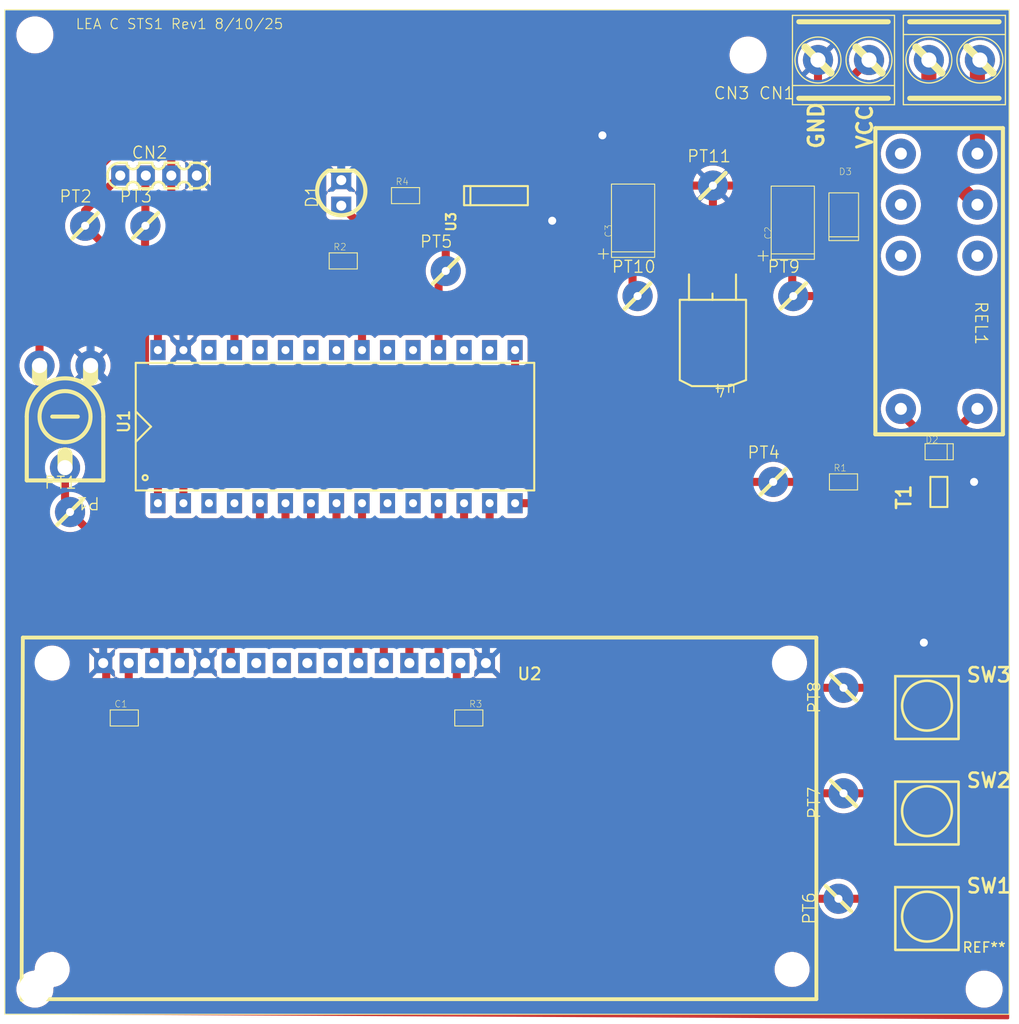
<source format=kicad_pcb>
(kicad_pcb (version 20241229) (generator "pcbnew") (generator_version "9.0")
  (layers (0 "F.Cu" signal) (2 "B.Cu" signal) (5 "F.SilkS" user "F.Silkscreen") (7 "B.SilkS" user "B.Silkscreen") (1 "F.Mask" user) (3 "B.Mask" user) (25 "Edge.Cuts" user))
  (net 0 "")
  (net 1 "GND")
  (net 2 "+5V")
  (net 3 "+12V")
  (net 4 "Net-(CN3-pin1)")
  (net 5 "Net-(D1-A)")
  (net 6 "Net-(D2-A)")
  (net 7 "Net-(P1-t)")
  (net 8 "/CHAUFF")
  (net 9 "/BTN_1")
  (net 10 "/BTN_2")
  (net 11 "/BTN_3")
  (net 12 "Net-(U2-A)")
  (net 13 "Net-(U1-A3_SS1)")
  (net 14 "Net-(T1-b)")
  (net 18 "/LCD_D6")
  (net 21 "/LCD_E")
  (net 24 "/LCD_D5")
  (net 28 "/LCD_R5")
  (net 29 "/LCD_D7")
  (net 33 "/LCD_D4")
  (net 40 "Net-(PT5-pin1)")
  (net 41 "Net-(CN1-pin1)")
  (net 42 "Net-(CN1-pin2)")
  (net 43 "Net-(CN2-a)")
  (net 44 "Net-(CN2-b)")
  (footprint "JMS2:CMS_SMA" (layer "F.Cu") (at 233.5 69 -90)
    (property "Reference" "D3" (hide yes))
    (property "Value" "S1M" (hide yes))
    (fp_text user "${REFERENCE}" (at -2.5 0.5 0) (layer "F.SilkS") (effects (font (size 0.66675 0.66675) (thickness 0.0508)) (justify left bottom)))
    (pad "1" smd roundrect (at -0.54991 0) (size 1.80001 2.50021) (layers "F.Cu" "F.Mask" "F.Paste") (net 4 "Net-(CN3-pin1)"))
    (pad "2" smd roundrect (at 3.74989 0) (size 1.80001 2.50021) (layers "F.Cu" "F.Mask" "F.Paste") (net 3 "+12V"))
  )
  (footprint "JMS2:SOG.050-08-WG.275-L.250" (layer "F.Cu") (at 196.99497 71.1924)
    (property "Reference" "U3" (hide yes))
    (property "Value" "LM335_SOIC8" (hide yes))
    (fp_text user "${REFERENCE}" (at -2 1 90) (layer "F.SilkS") (effects (font (size 0.9525 0.9525) (thickness 0.2032)) (justify left bottom)))
    (pad "1" smd rect (at 0 0) (size 0.7874 2.5908) (layers "F.Cu" "F.Mask" "F.Paste"))
    (pad "2" smd rect (at 1.27 0) (size 0.7874 2.5908) (layers "F.Cu" "F.Mask" "F.Paste"))
    (pad "3" smd rect (at 2.54 0) (size 0.7874 2.5908) (layers "F.Cu" "F.Mask" "F.Paste"))
    (pad "4" smd rect (at 3.81 0) (size 0.7874 2.5908) (layers "F.Cu" "F.Mask" "F.Paste") (net 1 "GND"))
    (pad "5" smd rect (at 3.81 -5.3848) (size 0.7874 2.5908) (layers "F.Cu" "F.Mask" "F.Paste"))
    (pad "6" smd rect (at 2.54 -5.3848) (size 0.7874 2.5908) (layers "F.Cu" "F.Mask" "F.Paste"))
    (pad "7" smd rect (at 1.27 -5.3848) (size 0.7874 2.5908) (layers "F.Cu" "F.Mask" "F.Paste"))
    (pad "8" smd rect (at 0 -5.3848) (size 0.7874 2.5908) (layers "F.Cu" "F.Mask" "F.Paste") (net 40 "Net-(PT5-pin1)"))
  )
  (footprint "JMS2:CMS_2917_CPOL" (layer "F.Cu") (at 228.39997 74.9 90)
    (property "Reference" "C2" (hide yes))
    (property "Value" "47µF 25V" (hide yes))
    (fp_text user "${REFERENCE}" (at 2 -2 90) (layer "F.SilkS") (effects (font (size 0.66675 0.66675) (thickness 0.0508)) (justify left bottom)))
    (pad "1" smd roundrect (at 0 0 180) (size 4.3 3) (layers "F.Cu" "F.Mask" "F.Paste") (net 3 "+12V"))
    (pad "2" smd roundrect (at 7.4 0 180) (size 4.3 3) (layers "F.Cu" "F.Mask" "F.Paste") (net 1 "GND"))
  )
  (footprint "JMS2:SOT-23" (layer "F.Cu") (at 244.3462 98.89916 90)
    (property "Reference" "T1" (hide yes))
    (property "Value" "BC847C" (hide yes))
    (fp_text user "${REFERENCE}" (at -1 -4 90) (layer "F.SilkS") (effects (font (size 1.42875 1.42875) (thickness 0.254)) (justify left bottom)))
    (pad "1" smd rect (at 0 0 90) (size 1.0922 1.27) (layers "F.Cu" "F.Mask" "F.Paste") (net 14 "Net-(T1-b)"))
    (pad "2" smd rect (at 0.94996 -2.6924 90) (size 1.0922 1.27) (layers "F.Cu" "F.Mask" "F.Paste") (net 6 "Net-(D2-A)"))
    (pad "3" smd rect (at 1.89992 0 90) (size 1.0922 1.27) (layers "F.Cu" "F.Mask" "F.Paste") (net 1 "GND"))
  )
  (footprint "JMS2:DIP30-600" (layer "F.Cu") (at 165.2468 99.12)
    (property "Reference" "U1" (hide yes))
    (property "Value" "NUCLEO_F303K8" (hide yes))
    (fp_text user "${REFERENCE}" (at -2.7178 -6.858 90) (layer "F.SilkS") (effects (font (size 1.143 1.143) (thickness 0.2032)) (justify left bottom)))
    (pad "1" thru_hole rect (at 0 0) (size 1.49945 1.99983) (drill 0.8001) (layers "*.Cu" "*.Mask") (net 43 "Net-(CN2-a)"))
    (pad "2" thru_hole rect (at 2.54 0) (size 1.49945 1.99983) (drill 0.8001) (layers "*.Cu" "*.Mask") (net 44 "Net-(CN2-b)"))
    (pad "3" thru_hole rect (at 5.08 0) (size 1.49945 1.99983) (drill 0.8001) (layers "*.Cu" "*.Mask"))
    (pad "4" thru_hole rect (at 7.62 0) (size 1.49945 1.99983) (drill 0.8001) (layers "*.Cu" "*.Mask"))
    (pad "5" thru_hole rect (at 10.16 0) (size 1.49945 1.99983) (drill 0.8001) (layers "*.Cu" "*.Mask") (net 28 "/LCD_R5"))
    (pad "6" thru_hole rect (at 12.7 0) (size 1.49945 1.99983) (drill 0.8001) (layers "*.Cu" "*.Mask") (net 21 "/LCD_E"))
    (pad "7" thru_hole rect (at 15.24 0) (size 1.49945 1.99983) (drill 0.8001) (layers "*.Cu" "*.Mask") (net 33 "/LCD_D4"))
    (pad "8" thru_hole rect (at 17.78 0) (size 1.49945 1.99983) (drill 0.8001) (layers "*.Cu" "*.Mask") (net 24 "/LCD_D5"))
    (pad "9" thru_hole rect (at 20.32 0) (size 1.49945 1.99983) (drill 0.8001) (layers "*.Cu" "*.Mask") (net 18 "/LCD_D6"))
    (pad "10" thru_hole rect (at 22.86 0) (size 1.49945 1.99983) (drill 0.8001) (layers "*.Cu" "*.Mask"))
    (pad "11" thru_hole rect (at 25.4 0) (size 1.49945 1.99983) (drill 0.8001) (layers "*.Cu" "*.Mask"))
    (pad "12" thru_hole rect (at 27.94 0) (size 1.49945 1.99983) (drill 0.8001) (layers "*.Cu" "*.Mask") (net 29 "/LCD_D7"))
    (pad "13" thru_hole rect (at 30.48 0) (size 1.49945 1.99983) (drill 0.8001) (layers "*.Cu" "*.Mask") (net 9 "/BTN_1"))
    (pad "14" thru_hole rect (at 33.02 0) (size 1.49945 1.99983) (drill 0.8001) (layers "*.Cu" "*.Mask") (net 10 "/BTN_2"))
    (pad "15" thru_hole rect (at 35.56 0) (size 1.49945 1.99983) (drill 0.8001) (layers "*.Cu" "*.Mask") (net 11 "/BTN_3"))
    (pad "16" thru_hole rect (at 35.56 -15.24) (size 1.49945 1.99983) (drill 0.8001) (layers "*.Cu" "*.Mask") (net 8 "/CHAUFF"))
    (pad "17" thru_hole rect (at 33.02 -15.24) (size 1.49945 1.99983) (drill 0.8001) (layers "*.Cu" "*.Mask"))
    (pad "18" thru_hole rect (at 30.48 -15.24) (size 1.49945 1.99983) (drill 0.8001) (layers "*.Cu" "*.Mask"))
    (pad "19" thru_hole rect (at 27.94 -15.24) (size 1.49945 1.99983) (drill 0.8001) (layers "*.Cu" "*.Mask") (net 40 "Net-(PT5-pin1)"))
    (pad "20" thru_hole rect (at 25.4 -15.24) (size 1.49945 1.99983) (drill 0.8001) (layers "*.Cu" "*.Mask"))
    (pad "21" thru_hole rect (at 22.86 -15.24) (size 1.49945 1.99983) (drill 0.8001) (layers "*.Cu" "*.Mask"))
    (pad "22" thru_hole rect (at 20.32 -15.24) (size 1.49945 1.99983) (drill 0.8001) (layers "*.Cu" "*.Mask") (net 13 "Net-(U1-A3_SS1)"))
    (pad "23" thru_hole rect (at 17.78 -15.24) (size 1.49945 1.99983) (drill 0.8001) (layers "*.Cu" "*.Mask"))
    (pad "24" thru_hole rect (at 15.24 -15.24) (size 1.49945 1.99983) (drill 0.8001) (layers "*.Cu" "*.Mask"))
    (pad "25" thru_hole rect (at 12.7 -15.24) (size 1.49945 1.99983) (drill 0.8001) (layers "*.Cu" "*.Mask"))
    (pad "26" thru_hole rect (at 10.16 -15.24) (size 1.49945 1.99983) (drill 0.8001) (layers "*.Cu" "*.Mask"))
    (pad "27" thru_hole rect (at 7.62 -15.24) (size 1.49945 1.99983) (drill 0.8001) (layers "*.Cu" "*.Mask") (net 2 "+5V"))
    (pad "28" thru_hole rect (at 5.08 -15.24) (size 1.49945 1.99983) (drill 0.8001) (layers "*.Cu" "*.Mask"))
    (pad "29" thru_hole rect (at 2.54 -15.24) (size 1.49945 1.99983) (drill 0.8001) (layers "*.Cu" "*.Mask") (net 1 "GND"))
    (pad "30" thru_hole rect (at 0 -15.24) (size 1.49945 1.99983) (drill 0.8001) (layers "*.Cu" "*.Mask") (net 2 "+5V"))
  )
  (footprint "JMS2:CMS_1206_V2" (layer "F.Cu") (at 160.099955 120.5)
    (property "Reference" "C1" (hide yes))
    (property "Value" "?nF" (hide yes))
    (fp_text user "${REFERENCE}" (at 0.78359 -1 0) (layer "F.SilkS") (effects (font (size 0.66675 0.66675) (thickness 0.0508)) (justify left bottom)))
    (pad "1" smd roundrect (at 0 0 90) (size 1.99983 1.39954) (layers "F.Cu" "F.Mask" "F.Paste") (net 1 "GND"))
    (pad "2" smd roundrect (at 3.60003 0 90) (size 1.99983 1.39954) (layers "F.Cu" "F.Mask" "F.Paste") (net 2 "+5V"))
  )
  (footprint "JMS2:CMS_1206_V2" (layer "F.Cu") (at 188.099955 68.5)
    (property "Reference" "R4" (hide yes))
    (property "Value" "1.5K" (hide yes))
    (fp_text user "${REFERENCE}" (at 0.78359 -1 0) (layer "F.SilkS") (effects (font (size 0.66675 0.66675) (thickness 0.0508)) (justify left bottom)))
    (pad "1" smd roundrect (at 0 0 90) (size 1.99983 1.39954) (layers "F.Cu" "F.Mask" "F.Paste") (net 2 "+5V"))
    (pad "2" smd roundrect (at 3.60003 0 90) (size 1.99983 1.39954) (layers "F.Cu" "F.Mask" "F.Paste") (net 40 "Net-(PT5-pin1)"))
  )
  (footprint "JMS2:pin4" (layer "F.Cu") (at 161.5 66.5)
    (property "Reference" "CN2" (hide yes))
    (property "Value" "pin4" (hide yes))
    (fp_text user "${REFERENCE}" (at 1.05833 -1.5875 0) (layer "F.SilkS") (effects (font (size 1.19063 1.19063) (thickness 0.127)) (justify left bottom)))
    (pad "1" thru_hole rect (at 0 0) (size 1.80001 1.99983) (drill 0.99991) (layers "*.Cu" "*.Mask") (net 43 "Net-(CN2-a)"))
    (pad "2" thru_hole rect (at 2.54 0) (size 1.80001 1.99983) (drill 0.99991) (layers "*.Cu" "*.Mask") (net 44 "Net-(CN2-b)"))
    (pad "3" thru_hole rect (at 5.08 0) (size 1.80001 1.99983) (drill 0.99991) (layers "*.Cu" "*.Mask") (net 2 "+5V"))
    (pad "4" thru_hole rect (at 7.62 0) (size 1.80001 1.99983) (drill 0.99991) (layers "*.Cu" "*.Mask") (net 1 "GND"))
  )
  (footprint "JMS2:BP_KSEM31G_CMS" (layer "F.Cu") (at 238 142.5)
    (property "Reference" "SW1" (hide yes))
    (property "Value" "bp" (hide yes))
    (fp_text user "${REFERENCE}" (at 7.62 -4.445 0) (layer "F.SilkS") (effects (font (size 1.42875 1.42875) (thickness 0.254)) (justify left bottom)))
    (pad "1" smd rect (at 0 -4) (size 3.99965 1.99983) (layers "F.Cu" "F.Mask" "F.Paste") (net 9 "/BTN_1"))
    (pad "2" smd rect (at 0 0) (size 3.99965 1.99983) (layers "F.Cu" "F.Mask" "F.Paste") (net 1 "GND"))
    (pad "3" smd rect (at 8 0) (size 3.99965 1.99983) (layers "F.Cu" "F.Mask" "F.Paste"))
    (pad "4" smd rect (at 8 -4) (size 3.99965 1.99983) (layers "F.Cu" "F.Mask" "F.Paste"))
  )
  (footprint "JMS2:CMS_2917_CPOL" (layer "F.Cu") (at 212.5 74.7 90)
    (property "Reference" "C3" (hide yes))
    (property "Value" "47µF 10V" (hide yes))
    (fp_text user "${REFERENCE}" (at 2 -2 90) (layer "F.SilkS") (effects (font (size 0.66675 0.66675) (thickness 0.0508)) (justify left bottom)))
    (pad "1" smd roundrect (at 0 0 180) (size 4.3 3) (layers "F.Cu" "F.Mask" "F.Paste") (net 2 "+5V"))
    (pad "2" smd roundrect (at 7.4 0 180) (size 4.3 3) (layers "F.Cu" "F.Mask" "F.Paste") (net 1 "GND"))
  )
  (footprint "JMS2:BP_KSEM31G_CMS" (layer "F.Cu") (at 238 121.5)
    (property "Reference" "SW3" (hide yes))
    (property "Value" "bp" (hide yes))
    (fp_text user "${REFERENCE}" (at 7.62 -4.445 0) (layer "F.SilkS") (effects (font (size 1.42875 1.42875) (thickness 0.254)) (justify left bottom)))
    (pad "1" smd rect (at 0 -4) (size 3.99965 1.99983) (layers "F.Cu" "F.Mask" "F.Paste") (net 11 "/BTN_3"))
    (pad "2" smd rect (at 0 0) (size 3.99965 1.99983) (layers "F.Cu" "F.Mask" "F.Paste") (net 1 "GND"))
    (pad "3" smd rect (at 8 0) (size 3.99965 1.99983) (layers "F.Cu" "F.Mask" "F.Paste"))
    (pad "4" smd rect (at 8 -4) (size 3.99965 1.99983) (layers "F.Cu" "F.Mask" "F.Paste"))
  )
  (footprint "JMS2:BORNIER_2BR_5_08mm" (layer "F.Cu") (at 242 55)
    (property "Reference" "CN1" (hide yes))
    (property "Value" "BORNIER_2_BORNES" (hide yes))
    (fp_text user "${REFERENCE}" (at -17 4 0) (layer "F.SilkS") (effects (font (size 1.19063 1.19063) (thickness 0.127)) (justify left bottom)))
    (pad "1" thru_hole circle (at 0 0) (size 2.99974 2.99974) (drill 1.49945) (layers "*.Cu" "*.Mask") (net 41 "Net-(CN1-pin1)"))
    (pad "2" thru_hole circle (at 5.08 0) (size 2.99974 2.99974) (drill 1.49945) (layers "*.Cu" "*.Mask") (net 42 "Net-(CN1-pin2)"))
  )
  (footprint "JMS2:ptest" (layer "F.Cu") (at 233.5 128 90)
    (property "Reference" "PT7" (hide yes))
    (property "Value" "~" (hide yes))
    (fp_text user "${REFERENCE}" (at -2.64583 -2.2225 90) (layer "F.SilkS") (effects (font (size 1.19063 1.19063) (thickness 0.127)) (justify left bottom)))
    (pad "1" thru_hole circle (at 0 0 90) (size 2.99974 2.99974) (drill 0.8001) (layers "*.Cu" "*.Mask") (net 10 "/BTN_2"))
  )
  (footprint "JMS2:CMS_1206_V2" (layer "F.Cu") (at 181.89997 75)
    (property "Reference" "R2" (hide yes))
    (property "Value" "330" (hide yes))
    (fp_text user "${REFERENCE}" (at 0.78359 -1 0) (layer "F.SilkS") (effects (font (size 0.66675 0.66675) (thickness 0.0508)) (justify left bottom)))
    (pad "1" smd roundrect (at 0 0 90) (size 1.99983 1.39954) (layers "F.Cu" "F.Mask" "F.Paste") (net 13 "Net-(U1-A3_SS1)"))
    (pad "2" smd roundrect (at 3.60003 0 90) (size 1.99983 1.39954) (layers "F.Cu" "F.Mask" "F.Paste") (net 5 "Net-(D1-A)"))
  )
  (footprint "MountingHole:MountingHole_3.2mm_M3" (layer "F.Cu") (at 247.5 147.5)
    (property "Reference" "REF**" (at 0 -4.15 0) (layer "F.SilkS"))
    (property "Value" "MountingHole_3.2mm_M3")
    (pad "" np_thru_hole circle (at 0 0) (size 3.2 3.2) (drill 3.2) (layers "*.Cu" "*.Mask"))
  )
  (footprint "MountingHole:MountingHole_3.2mm_M3" (layer "F.Cu") (at 153 52.5)
    (property "Reference" "REF**" (hide yes))
    (property "Value" "MountingHole_3.2mm_M3")
    (pad "" np_thru_hole circle (at 0 0) (size 3.2 3.2) (drill 3.2) (layers "*.Cu" "*.Mask"))
  )
  (footprint "JMS2:ptest" (layer "F.Cu") (at 213 78.5)
    (property "Reference" "PT10" (hide yes))
    (property "Value" "~" (hide yes))
    (fp_text user "${REFERENCE}" (at -2.64583 -2.2225 0) (layer "F.SilkS") (effects (font (size 1.19063 1.19063) (thickness 0.127)) (justify left bottom)))
    (pad "1" thru_hole circle (at 0 0) (size 2.99974 2.99974) (drill 0.8001) (layers "*.Cu" "*.Mask") (net 2 "+5V"))
  )
  (footprint "JMS2:ptest" (layer "F.Cu") (at 164 71.5)
    (property "Reference" "PT3" (hide yes))
    (property "Value" "~" (hide yes))
    (fp_text user "${REFERENCE}" (at -2.64583 -2.2225 0) (layer "F.SilkS") (effects (font (size 1.19063 1.19063) (thickness 0.127)) (justify left bottom)))
    (pad "1" thru_hole circle (at 0 0) (size 2.99974 2.99974) (drill 0.8001) (layers "*.Cu" "*.Mask") (net 44 "Net-(CN2-b)"))
  )
  (footprint "JMS2:DPAK" (layer "F.Cu") (at 222.79785 75.074853 180)
    (property "Reference" "u4" (hide yes))
    (property "Value" "7805_DPAK(CMS)" (hide yes))
    (fp_text user "${REFERENCE}" (at -0.14817 -12.065 180) (layer "F.SilkS") (effects (font (size 1.19063 1.19063) (thickness 0.127)) (justify left bottom)))
    (pad "1" smd roundrect (at 0 0 180) (size 1.99983 3.99965) (layers "F.Cu" "F.Mask" "F.Paste") (net 3 "+12V"))
    (pad "2" smd roundrect (at 2.3 -8.85012 180) (size 6.7 10) (layers "F.Cu" "F.Mask" "F.Paste") (net 1 "GND"))
    (pad "3" smd roundrect (at 4.6 0 180) (size 1.99983 3.99965) (layers "F.Cu" "F.Mask" "F.Paste") (net 2 "+5V"))
  )
  (footprint "JMS2:ptest" (layer "F.Cu") (at 233 138.5 90)
    (property "Reference" "PT6" (hide yes))
    (property "Value" "~" (hide yes))
    (fp_text user "${REFERENCE}" (at -2.64583 -2.2225 90) (layer "F.SilkS") (effects (font (size 1.19063 1.19063) (thickness 0.127)) (justify left bottom)))
    (pad "1" thru_hole circle (at 0 0 90) (size 2.99974 2.99974) (drill 0.8001) (layers "*.Cu" "*.Mask") (net 9 "/BTN_1"))
  )
  (footprint "JMS2:ptest" (layer "F.Cu") (at 158 71.5)
    (property "Reference" "PT2" (hide yes))
    (property "Value" "~" (hide yes))
    (fp_text user "${REFERENCE}" (at -2.64583 -2.2225 0) (layer "F.SilkS") (effects (font (size 1.19063 1.19063) (thickness 0.127)) (justify left bottom)))
    (pad "1" thru_hole circle (at 0 0) (size 2.99974 2.99974) (drill 0.8001) (layers "*.Cu" "*.Mask") (net 43 "Net-(CN2-a)"))
  )
  (footprint "JMS2:CMS_SOD323" (layer "F.Cu") (at 241.424985 94)
    (property "Reference" "D2" (hide yes))
    (property "Value" "1N4148W" (hide yes))
    (fp_text user "${REFERENCE}" (at 0.19981 -0.79925 0) (layer "F.SilkS") (effects (font (size 0.66675 0.66675) (thickness 0.0508)) (justify left bottom)))
    (pad "1" smd roundrect (at 0.3501 0 90) (size 1.80001 1.27) (layers "F.Cu" "F.Mask" "F.Paste") (net 6 "Net-(D2-A)"))
    (pad "2" smd roundrect (at 2.79993 0 90) (size 1.80001 1.27) (layers "F.Cu" "F.Mask" "F.Paste") (net 3 "+12V"))
  )
  (footprint "JMS2:CMS_1206_V2" (layer "F.Cu") (at 231.699985 97)
    (property "Reference" "R1" (hide yes))
    (property "Value" "2.7K" (hide yes))
    (fp_text user "${REFERENCE}" (at 0.78359 -1 0) (layer "F.SilkS") (effects (font (size 0.66675 0.66675) (thickness 0.0508)) (justify left bottom)))
    (pad "1" smd roundrect (at 0 0 90) (size 1.99983 1.39954) (layers "F.Cu" "F.Mask" "F.Paste") (net 8 "/CHAUFF"))
    (pad "2" smd roundrect (at 3.60003 0 90) (size 1.99983 1.39954) (layers "F.Cu" "F.Mask" "F.Paste") (net 14 "Net-(T1-b)"))
  )
  (footprint "JMS2:lcd_2x16_vide" (layer "F.Cu") (at 159.79997 112.49575)
    (property "Reference" "U2" (hide yes))
    (property "Value" "lcd" (hide yes))
    (fp_text user "${REFERENCE}" (at 41.12091 4.31758 0) (layer "F.SilkS") (effects (font (size 1.19063 1.19063) (thickness 0.2) (bold yes)) (justify left bottom)))
    (pad "" np_thru_hole circle (at -5.08 2.54) (size 3 3) (drill 3) (layers "*.Cu" "*.Mask"))
    (pad "" np_thru_hole circle (at -5.08 33.04) (size 3 3) (drill 3) (layers "*.Cu" "*.Mask"))
    (pad "" np_thru_hole circle (at 68.326 2.54) (size 3 3) (drill 3) (layers "*.Cu" "*.Mask"))
    (pad "" np_thru_hole circle (at 68.58 33.04) (size 3 3) (drill 3) (layers "*.Cu" "*.Mask"))
    (pad "1" thru_hole rect (at 0 2.54 180) (size 1.80001 1.99983) (drill 0.99991) (layers "*.Cu" "*.Mask") (net 1 "GND"))
    (pad "2" thru_hole rect (at 2.54 2.54) (size 1.80001 1.99983) (drill 0.99991) (layers "*.Cu" "*.Mask") (net 2 "+5V"))
    (pad "3" thru_hole rect (at 5.08 2.54) (size 1.80001 1.99983) (drill 0.99991) (layers "*.Cu" "*.Mask") (net 7 "Net-(P1-t)"))
    (pad "4" thru_hole rect (at 7.62 2.54) (size 1.80001 1.99983) (drill 0.99991) (layers "*.Cu" "*.Mask") (net 28 "/LCD_R5"))
    (pad "5" thru_hole rect (at 10.16 2.54) (size 1.80001 1.99983) (drill 0.99991) (layers "*.Cu" "*.Mask") (net 1 "GND"))
    (pad "6" thru_hole rect (at 12.7 2.54) (size 1.80001 1.99983) (drill 0.99991) (layers "*.Cu" "*.Mask") (net 21 "/LCD_E"))
    (pad "7" thru_hole rect (at 15.24 2.54) (size 1.80001 1.99983) (drill 0.99991) (layers "*.Cu" "*.Mask"))
    (pad "8" thru_hole rect (at 17.78 2.54) (size 1.80001 1.99983) (drill 0.99991) (layers "*.Cu" "*.Mask"))
    (pad "9" thru_hole rect (at 20.32 2.54) (size 1.80001 1.99983) (drill 0.99991) (layers "*.Cu" "*.Mask"))
    (pad "10" thru_hole rect (at 22.86 2.54) (size 1.80001 1.99983) (drill 0.99991) (layers "*.Cu" "*.Mask"))
    (pad "11" thru_hole rect (at 25.4 2.54) (size 1.80001 1.99983) (drill 0.99991) (layers "*.Cu" "*.Mask") (net 33 "/LCD_D4"))
    (pad "12" thru_hole rect (at 27.94 2.54) (size 1.80001 1.99983) (drill 0.99991) (layers "*.Cu" "*.Mask") (net 24 "/LCD_D5"))
    (pad "13" thru_hole rect (at 30.48 2.54) (size 1.80001 1.99983) (drill 0.99991) (layers "*.Cu" "*.Mask") (net 18 "/LCD_D6"))
    (pad "14" thru_hole rect (at 33.02 2.54) (size 1.80001 1.99983) (drill 0.99991) (layers "*.Cu" "*.Mask") (net 29 "/LCD_D7"))
    (pad "15" thru_hole rect (at 35.56 2.54) (size 1.80001 1.99983) (drill 0.99991) (layers "*.Cu" "*.Mask") (net 12 "Net-(U2-A)"))
    (pad "16" thru_hole rect (at 38.1 2.54) (size 1.80001 1.99983) (drill 0.99991) (layers "*.Cu" "*.Mask") (net 1 "GND"))
  )
  (footprint "JMS2:CMS_1206_V2" (layer "F.Cu") (at 194.39997 120.5)
    (property "Reference" "R3" (hide yes))
    (property "Value" "10 ohms" (hide yes))
    (fp_text user "${REFERENCE}" (at 1.800015 -1 0) (layer "F.SilkS") (effects (font (size 0.66675 0.66675) (thickness 0.0508)) (justify left bottom)))
    (pad "1" smd roundrect (at 0 0 90) (size 1.99983 1.39954) (layers "F.Cu" "F.Mask" "F.Paste") (net 12 "Net-(U2-A)"))
    (pad "2" smd roundrect (at 3.60003 0 90) (size 1.99983 1.39954) (layers "F.Cu" "F.Mask" "F.Paste") (net 2 "+5V"))
  )
  (footprint "JMS2:ptest" (layer "F.Cu") (at 156.5 100)
    (property "Reference" "PT1" (hide yes))
    (property "Value" "~" (hide yes))
    (fp_text user "${REFERENCE}" (at -2.64583 -2.2225 0) (layer "F.SilkS") (effects (font (size 1.19063 1.19063) (thickness 0.127)) (justify left bottom)))
    (pad "1" thru_hole circle (at 0 0) (size 2.99974 2.99974) (drill 0.8001) (layers "*.Cu" "*.Mask") (net 7 "Net-(P1-t)"))
  )
  (footprint "JMS2:LED_5MM" (layer "F.Cu") (at 183.5 69.5 90)
    (property "Reference" "D1" (hide yes))
    (property "Value" "led" (hide yes))
    (fp_text user "${REFERENCE}" (at -0.3175 -2.2225 90) (layer "F.SilkS") (effects (font (size 1.19063 1.19063) (thickness 0.127)) (justify left bottom)))
    (pad "1" thru_hole rect (at 0 0 90) (size 1.80001 1.99983) (drill 0.99991) (layers "*.Cu" "*.Mask") (net 5 "Net-(D1-A)"))
    (pad "2" thru_hole rect (at 2.54 0 90) (size 1.80001 1.99983) (drill 0.99991) (layers "*.Cu" "*.Mask") (net 1 "GND"))
  )
  (footprint "JMS2:ptest" (layer "F.Cu") (at 228.5 78.5)
    (property "Reference" "PT9" (hide yes))
    (property "Value" "~" (hide yes))
    (fp_text user "${REFERENCE}" (at -2.64583 -2.2225 0) (layer "F.SilkS") (effects (font (size 1.19063 1.19063) (thickness 0.127)) (justify left bottom)))
    (pad "1" thru_hole circle (at 0 0) (size 2.99974 2.99974) (drill 0.8001) (layers "*.Cu" "*.Mask") (net 3 "+12V"))
  )
  (footprint "MountingHole:MountingHole_3.2mm_M3" (layer "F.Cu") (at 224 54.5)
    (property "Reference" "REF**" (hide yes))
    (property "Value" "MountingHole_3.2mm_M3")
    (pad "" np_thru_hole circle (at 0 0) (size 3.2 3.2) (drill 3.2) (layers "*.Cu" "*.Mask"))
  )
  (footprint "JMS2:ptest" (layer "F.Cu") (at 193.89997 76)
    (property "Reference" "PT5" (hide yes))
    (property "Value" "~" (hide yes))
    (fp_text user "${REFERENCE}" (at -2.64583 -2.2225 0) (layer "F.SilkS") (effects (font (size 1.19063 1.19063) (thickness 0.127)) (justify left bottom)))
    (pad "1" thru_hole circle (at 0 0) (size 2.99974 2.99974) (drill 0.8001) (layers "*.Cu" "*.Mask") (net 40 "Net-(PT5-pin1)"))
  )
  (footprint "JMS2:BP_KSEM31G_CMS" (layer "F.Cu") (at 238 132)
    (property "Reference" "SW2" (hide yes))
    (property "Value" "bp" (hide yes))
    (fp_text user "${REFERENCE}" (at 7.62 -4.445 0) (layer "F.SilkS") (effects (font (size 1.42875 1.42875) (thickness 0.254)) (justify left bottom)))
    (pad "1" smd rect (at 0 -4) (size 3.99965 1.99983) (layers "F.Cu" "F.Mask" "F.Paste") (net 10 "/BTN_2"))
    (pad "2" smd rect (at 0 0) (size 3.99965 1.99983) (layers "F.Cu" "F.Mask" "F.Paste") (net 1 "GND"))
    (pad "3" smd rect (at 8 0) (size 3.99965 1.99983) (layers "F.Cu" "F.Mask" "F.Paste"))
    (pad "4" smd rect (at 8 -4) (size 3.99965 1.99983) (layers "F.Cu" "F.Mask" "F.Paste"))
  )
  (footprint "JMS2:BORNIER_2BR_5_08mm" (layer "F.Cu") (at 236.04 55 180)
    (property "Reference" "CN3" (hide yes))
    (property "Value" "BORNIER_2_BORNES" (hide yes))
    (fp_text user "${REFERENCE}" (at 15.54 -4 0) (layer "F.SilkS") (effects (font (size 1.19063 1.19063) (thickness 0.127)) (justify left bottom)))
    (pad "1" thru_hole circle (at 0 0 180) (size 2.99974 2.99974) (drill 1.49945) (layers "*.Cu" "*.Mask") (net 4 "Net-(CN3-pin1)"))
    (pad "2" thru_hole circle (at 5.08 0 180) (size 2.99974 2.99974) (drill 1.49945) (layers "*.Cu" "*.Mask") (net 1 "GND"))
  )
  (footprint "JMS2:ptest" (layer "F.Cu") (at 233.5 117.5 90)
    (property "Reference" "PT8" (hide yes))
    (property "Value" "~" (hide yes))
    (fp_text user "${REFERENCE}" (at -2.64583 -2.2225 90) (layer "F.SilkS") (effects (font (size 1.19063 1.19063) (thickness 0.127)) (justify left bottom)))
    (pad "1" thru_hole circle (at 0 0 90) (size 2.99974 2.99974) (drill 0.8001) (layers "*.Cu" "*.Mask") (net 11 "/BTN_3"))
  )
  (footprint "JMS2:ajust_h" (layer "F.Cu") (at 158.54 85.42 180)
    (property "Reference" "P1" (hide yes))
    (property "Value" "22K" (hide yes))
    (fp_text user "${REFERENCE}" (at -1 -13 180) (layer "F.SilkS") (effects (font (size 1.19063 1.19063) (thickness 0.127)) (justify left bottom)))
    (pad "1" thru_hole circle (at 0 0 180) (size 2.99974 2.99974) (drill 1.49945) (layers "*.Cu" "*.Mask") (net 1 "GND"))
    (pad "2" thru_hole circle (at 2.54 -10.16 180) (size 2.99974 2.99974) (drill 1.49945) (layers "*.Cu" "*.Mask") (net 7 "Net-(P1-t)"))
    (pad "3" thru_hole circle (at 5.08 0 180) (size 2.99974 2.99974) (drill 1.49945) (layers "*.Cu" "*.Mask") (net 2 "+5V"))
  )
  (footprint "JMS2:ptest" (layer "F.Cu") (at 226.5 97)
    (property "Reference" "PT4" (hide yes))
    (property "Value" "~" (hide yes))
    (fp_text user "${REFERENCE}" (at -2.64583 -2.2225 0) (layer "F.SilkS") (effects (font (size 1.19063 1.19063) (thickness 0.127)) (justify left bottom)))
    (pad "1" thru_hole circle (at 0 0) (size 2.99974 2.99974) (drill 0.8001) (layers "*.Cu" "*.Mask") (net 8 "/CHAUFF"))
  )
  (footprint "MountingHole:MountingHole_3.2mm_M3" (layer "F.Cu") (at 153 147.5)
    (property "Reference" "REF**" (hide yes))
    (property "Value" "MountingHole_3.2mm_M3")
    (pad "" np_thru_hole circle (at 0 0) (size 3.2 3.2) (drill 3.2) (layers "*.Cu" "*.Mask"))
  )
  (footprint "JMS2:ptest" (layer "F.Cu") (at 220.5 67.5)
    (property "Reference" "PT11" (hide yes))
    (property "Value" "~" (hide yes))
    (fp_text user "${REFERENCE}" (at -2.64583 -2.2225 0) (layer "F.SilkS") (effects (font (size 1.19063 1.19063) (thickness 0.127)) (justify left bottom)))
    (pad "1" thru_hole circle (at 0 0) (size 2.99974 2.99974) (drill 0.8001) (layers "*.Cu" "*.Mask") (net 1 "GND"))
  )
  (footprint "JMS2:Re1RTd" (layer "F.Cu") (at 236.6734 61.7834 -90)
    (property "Reference" "REL1" (hide yes))
    (property "Value" "re1rt" (hide yes))
    (fp_text user "${REFERENCE}" (at 17.145 -9.8425 270) (layer "F.SilkS") (effects (font (size 1.19063 1.19063) (thickness 0.127)) (justify left bottom)))
    (pad "1" thru_hole circle (at 2.54 -10.16 270) (size 2.99974 2.99974) (drill 1.2) (layers "*.Cu" "*.Mask") (net 42 "Net-(CN1-pin2)"))
    (pad "2" thru_hole circle (at 2.54 -2.54 270) (size 2.99974 2.99974) (drill 1.2) (layers "*.Cu" "*.Mask"))
    (pad "3" thru_hole circle (at 7.62 -10.16 270) (size 2.99974 2.99974) (drill 1.2) (layers "*.Cu" "*.Mask") (net 41 "Net-(CN1-pin1)"))
    (pad "4" thru_hole circle (at 7.62 -2.54 270) (size 2.99974 2.99974) (drill 1.2) (layers "*.Cu" "*.Mask"))
    (pad "5" thru_hole circle (at 12.7 -10.16 270) (size 2.99974 2.99974) (drill 1.2) (layers "*.Cu" "*.Mask"))
    (pad "6" thru_hole circle (at 12.7 -2.54 270) (size 2.99974 2.99974) (drill 1.2) (layers "*.Cu" "*.Mask"))
    (pad "7" thru_hole circle (at 27.94 -10.16 270) (size 2.99974 2.99974) (drill 1.2) (layers "*.Cu" "*.Mask") (net 3 "+12V"))
    (pad "8" thru_hole circle (at 27.94 -2.54 270) (size 2.99974 2.99974) (drill 1.2) (layers "*.Cu" "*.Mask") (net 6 "Net-(D2-A)"))
  )
  (gr_rect (start 150 50) (end 250 150) (stroke (width 0.1)) (fill no) (layer "F.SilkS"))
  (gr_text "LEA C STS1 Rev1 8/10/25" (at 157 52 0) (layer "F.SilkS") (effects (font (size 1 1) (thickness 0.1)) (justify left bottom)))
  (gr_text "GND\n\nVCC\n" (at 236.5 64 90) (layer "F.SilkS") (effects (font (size 1.5 1.5) (thickness 0.3) (bold yes)) (justify left bottom)))
  (segment (start 241.5 121.5) (end 241.5 132) (width 0.8) (layer "F.Cu") (net 1))
  (segment (start 160.099955 115.335735) (end 159.79997 115.03575) (width 0.8) (layer "F.Cu") (net 1))
  (segment (start 241.5 113) (end 241.5 121.5) (width 0.8) (layer "F.Cu") (net 1))
  (segment (start 246.49924 96.99924) (end 246.5 97) (width 0.8) (layer "F.Cu") (net 1))
  (segment (start 241.5 132) (end 241.5 139) (width 0.8) (layer "F.Cu") (net 1))
  (segment (start 220.5 67.5) (end 212.7 67.5) (width 0.8) (layer "F.Cu") (net 1))
  (segment (start 220.5 67.5) (end 220.49785 67.50215) (width 0.8) (layer "F.Cu") (net 1))
  (segment (start 209.5 62.5) (end 209.5 64.3) (width 0.8) (layer "F.Cu") (net 1))
  (segment (start 230.96 62) (end 230.96 64.93997) (width 0.8) (layer "F.Cu") (net 1))
  (segment (start 238 121.5) (end 241.5 121.5) (width 0.8) (layer "F.Cu") (net 1))
  (segment (start 209.5 64.3) (end 212.5 67.3) (width 0.8) (layer "F.Cu") (net 1))
  (segment (start 230.96 64.93997) (end 228.39997 67.5) (width 0.8) (layer "F.Cu") (net 1))
  (segment (start 230.96 55) (end 230.96 62) (width 0.8) (layer "F.Cu") (net 1))
  (segment (start 160.099955 120.5) (end 160.099955 115.335735) (width 0.8) (layer "F.Cu") (net 1))
  (segment (start 212.7 67.5) (end 212.5 67.3) (width 0.8) (layer "F.Cu") (net 1))
  (segment (start 200.80497 71.1924) (end 204.3076 71.1924) (width 0.8) (layer "F.Cu") (net 1))
  (segment (start 204.3076 71.1924) (end 204.5 71) (width 0.8) (layer "F.Cu") (net 1))
  (segment (start 241.5 139) (end 238 142.5) (width 0.8) (layer "F.Cu") (net 1))
  (segment (start 244.3462 96.99924) (end 246.49924 96.99924) (width 0.8) (layer "F.Cu") (net 1))
  (segment (start 158.54 85.46) (end 158.5 85.5) (width 0.8) (layer "F.Cu") (net 1))
  (segment (start 159.79997 120.200015) (end 160.099955 120.5) (width 0.8) (layer "F.Cu") (net 1))
  (segment (start 228.39997 67.5) (end 220.5 67.5) (width 0.8) (layer "F.Cu") (net 1))
  (segment (start 230.46 62.5) (end 230.96 62) (width 0.8) (layer "F.Cu") (net 1))
  (segment (start 238 132) (end 241.5 132) (width 0.8) (layer "F.Cu") (net 1))
  (segment (start 220.49785 67.50215) (end 220.49785 83.924973) (width 0.8) (layer "F.Cu") (net 1))
  (via (at 246.5 97) (size 2) (drill 0.8) (layers "F.Cu" "B.Cu") (net 1))
  (via (at 241.5 113) (size 2) (drill 0.8) (layers "F.Cu" "B.Cu") (net 1))
  (via (at 204.5 71) (size 2) (drill 0.8) (layers "F.Cu" "B.Cu") (net 1))
  (via (at 209.5 62.5) (size 2) (drill 0.8) (layers "F.Cu" "B.Cu") (net 1))
  (segment (start 204.5 62.5) (end 204.5 60) (width 0.8) (layer "B.Cu") (net 1))
  (segment (start 169.12 73.5) (end 169.12 78) (width 0.8) (layer "B.Cu") (net 1))
  (segment (start 197.89997 115.03575) (end 197.89997 111.60003) (width 0.8) (layer "B.Cu") (net 1))
  (segment (start 158.54 78.96) (end 159.5 78) (width 0.8) (layer "B.Cu") (net 1))
  (segment (start 243.30575 110.19425) (end 241.5 110.19425) (width 0.8) (layer "B.Cu") (net 1))
  (segment (start 204.5 60) (end 201.5 57) (width 0.8) (layer "B.Cu") (net 1))
  (segment (start 169.12 66.5) (end 169.12 73.5) (width 0.8) (layer "B.Cu") (net 1))
  (segment (start 241.5 110.19425) (end 233.19425 110.19425) (width 0.8) (layer "B.Cu") (net 1))
  (segment (start 209.5 62.5) (end 204.5 62.5) (width 0.8) (layer "B.Cu") (net 1))
  (segment (start 158.54 85.42) (end 158.54 78.96) (width 0.8) (layer "B.Cu") (net 1))
  (segment (start 162 103.5) (end 162 88.88) (width 0.8) (layer "B.Cu") (net 1))
  (segment (start 246.5 107) (end 243.30575 110.19425) (width 0.8) (layer "B.Cu") (net 1))
  (segment (start 246.5 97) (end 246.5 107) (width 0.8) (layer "B.Cu") (net 1))
  (segment (start 167.7868 81.407614) (end 167.7868 83.88) (width 0.8) (layer "B.Cu") (net 1))
  (segment (start 169.95997 113.235835) (end 169.95997 115.03575) (width 0.8) (layer "B.Cu") (net 1))
  (segment (start 183.5 66.96) (end 183.5 57) (width 0.8) (layer "B.Cu") (net 1))
  (segment (start 201.5 57) (end 183.5 57) (width 0.8) (layer "B.Cu") (net 1))
  (segment (start 169.12 78) (end 169.12 80.074414) (width 0.8) (layer "B.Cu") (net 1))
  (segment (start 159.79997 108.5) (end 159.79997 115.03575) (width 0.8) (layer "B.Cu") (net 1))
  (segment (start 165.224135 108.5) (end 169.95997 113.235835) (width 0.8) (layer "B.Cu") (net 1))
  (segment (start 204.5 81.5) (end 204.5 71) (width 0.8) (layer "B.Cu") (net 1))
  (segment (start 162 88.88) (end 158.54 85.42) (width 0.8) (layer "B.Cu") (net 1))
  (segment (start 159.79997 108.5) (end 165.224135 108.5) (width 0.8) (layer "B.Cu") (net 1))
  (segment (start 162 103.5) (end 159.79997 105.70003) (width 0.8) (layer "B.Cu") (net 1))
  (segment (start 159.5 78) (end 169.12 78) (width 0.8) (layer "B.Cu") (net 1))
  (segment (start 172.24 57) (end 169.12 60.12) (width 0.8) (layer "B.Cu") (net 1))
  (segment (start 233.19425 110.19425) (end 216.25 93.25) (width 0.8) (layer "B.Cu") (net 1))
  (segment (start 197.89997 111.60003) (end 216.25 93.25) (width 0.8) (layer "B.Cu") (net 1))
  (segment (start 204.5 71) (end 204.5 62.5) (width 0.8) (layer "B.Cu") (net 1))
  (segment (start 169.12 60.12) (end 169.12 66.5) (width 0.8) (layer "B.Cu") (net 1))
  (segment (start 183.5 57) (end 172.24 57) (width 0.8) (layer "B.Cu") (net 1))
  (segment (start 159.79997 105.70003) (end 159.79997 108.5) (width 0.8) (layer "B.Cu") (net 1))
  (segment (start 169.12 80.074414) (end 167.7868 81.407614) (width 0.8) (layer "B.Cu") (net 1))
  (segment (start 216.25 93.25) (end 204.5 81.5) (width 0.8) (layer "B.Cu") (net 1))
  (segment (start 241.5 110.19425) (end 241.5 113) (width 0.8) (layer "B.Cu") (net 1))
  (segment (start 182.19991 62.599955) (end 184.049978 64.450022) (width 0.8) (layer "F.Cu") (net 2))
  (segment (start 153.46 71.57808) (end 162.438125 62.599955) (width 0.8) (layer "F.Cu") (net 2))
  (segment (start 166.58 79.319079) (end 165.2468 80.652279) (width 0.8) (layer "F.Cu") (net 2))
  (segment (start 162.438125 62.599955) (end 166.5 62.599955) (width 0.8) (layer "F.Cu") (net 2))
  (segment (start 163.699985 124.300015) (end 163.5 124.5) (width 0.8) (layer "F.Cu") (net 2))
  (segment (start 153.46 105.73386) (end 152.5 106.69386) (width 0.8) (layer "F.Cu") (net 2))
  (segment (start 162.33997 115.03575) (end 162.33997 119.139985) (width 0.8) (layer "F.Cu") (net 2))
  (segment (start 212.874853 75.074853) (end 212.5 74.7) (width 0.8) (layer "F.Cu") (net 2))
  (segment (start 165.2468 80.652279) (end 165.2468 83.88) (width 0.8) (layer "F.Cu") (net 2))
  (segment (start 218.19785 75.074853) (end 212.874853 75.074853) (width 0.8) (layer "F.Cu") (net 2))
  (segment (start 173 62.599955) (end 182.19991 62.599955) (width 0.8) (layer "F.Cu") (net 2))
  (segment (start 212.5 74.7) (end 212.5 78) (width 0.8) (layer "F.Cu") (net 2))
  (segment (start 166.58 66.5) (end 166.58 62.679955) (width 0.8) (layer "F.Cu") (net 2))
  (segment (start 200.5 61) (end 189.5 61) (width 0.8) (layer "F.Cu") (net 2))
  (segment (start 153.46 85.42) (end 153.46 105.73386) (width 0.8) (layer "F.Cu") (net 2))
  (segment (start 194 124.5) (end 198 120.5) (width 0.8) (layer "F.Cu") (net 2))
  (segment (start 166.58 62.679955) (end 166.5 62.599955) (width 0.8) (layer "F.Cu") (net 2))
  (segment (start 163.5 124.5) (end 194 124.5) (width 0.8) (layer "F.Cu") (net 2))
  (segment (start 172.8668 83.88) (end 172.8668 62.733155) (width 0.8) (layer "F.Cu") (net 2))
  (segment (start 166.58 66.5) (end 166.58 79.319079) (width 0.8) (layer "F.Cu") (net 2))
  (segment (start 185.049978 65.450022) (end 188.099955 68.5) (width 0.8) (layer "F.Cu") (net 2))
  (segment (start 212.5 74.7) (end 212.5 73) (width 0.8) (layer "F.Cu") (net 2))
  (segment (start 162.33997 114.61383) (end 162.33997 115.03575) (width 0.8) (layer "F.Cu") (net 2))
  (segment (start 163.699985 120.5) (end 163.699985 124.300015) (width 0.8) (layer "F.Cu") (net 2))
  (segment (start 184.049978 64.450022) (end 185.049978 65.450022) (width 0.8) (layer "F.Cu") (net 2))
  (segment (start 212.5 78) (end 213 78.5) (width 0.8) (layer "F.Cu") (net 2))
  (segment (start 152.5 121.5) (end 155.5 124.5) (width 0.8) (layer "F.Cu") (net 2))
  (segment (start 162.33997 119.139985) (end 163.699985 120.5) (width 0.8) (layer "F.Cu") (net 2))
  (segment (start 166.5 62.599955) (end 173 62.599955) (width 0.8) (layer "F.Cu") (net 2))
  (segment (start 172.8668 62.733155) (end 173 62.599955) (width 0.8) (layer "F.Cu") (net 2))
  (segment (start 189.5 61) (end 185.049978 65.450022) (width 0.8) (layer "F.Cu") (net 2))
  (segment (start 155.5 124.5) (end 163.5 124.5) (width 0.8) (layer "F.Cu") (net 2))
  (segment (start 153.46 85.42) (end 153.46 71.57808) (width 0.8) (layer "F.Cu") (net 2))
  (segment (start 152.5 106.69386) (end 152.5 121.5) (width 0.8) (layer "F.Cu") (net 2))
  (segment (start 212.5 73) (end 200.5 61) (width 0.8) (layer "F.Cu") (net 2))
  (segment (start 244.224915 92.331885) (end 244.7784 91.7784) (width 0.8) (layer "F.Cu") (net 3))
  (segment (start 231.34989 74.9) (end 233.5 72.74989) (width 0.8) (layer "F.Cu") (net 3))
  (segment (start 228.39997 74.9) (end 231.34989 74.9) (width 0.8) (layer "F.Cu") (net 3))
  (segment (start 228.39997 78.39997) (end 228.5 78.5) (width 0.8) (layer "F.Cu") (net 3))
  (segment (start 228.39997 74.9) (end 222.972703 74.9) (width 0.8) (layer "F.Cu") (net 3))
  (segment (start 244.7784 91.7784) (end 246.8334 89.7234) (width 0.8) (layer "F.Cu") (net 3))
  (segment (start 228.39997 74.9) (end 228.39997 78.39997) (width 0.8) (layer "F.Cu") (net 3))
  (segment (start 228.5 78.5) (end 231.5 78.5) (width 0.8) (layer "F.Cu") (net 3))
  (segment (start 222.972703 74.9) (end 222.79785 75.074853) (width 0.8) (layer "F.Cu") (net 3))
  (segment (start 244.224915 94) (end 244.224915 92.331885) (width 0.8) (layer "F.Cu") (net 3))
  (segment (start 231.5 78.5) (end 244.7784 91.7784) (width 0.8) (layer "F.Cu") (net 3))
  (segment (start 233.5 68.45009) (end 233.5 57.54) (width 0.8) (layer "F.Cu") (net 4))
  (segment (start 233.5 57.54) (end 236.04 55) (width 0.8) (layer "F.Cu") (net 4))
  (segment (start 185.5 75) (end 185.5 71.5) (width 0.8) (layer "F.Cu") (net 5))
  (segment (start 185.5 71.5) (end 183.5 69.5) (width 0.8) (layer "F.Cu") (net 5))
  (segment (start 241.6538 97.9492) (end 241.6538 94.121285) (width 0.8) (layer "F.Cu") (net 6))
  (segment (start 239.2134 90.189236) (end 241.775085 92.750921) (width 0.8) (layer "F.Cu") (net 6))
  (segment (start 241.6538 94.121285) (end 241.775085 94) (width 0.8) (layer "F.Cu") (net 6))
  (segment (start 239.2134 89.7234) (end 239.2134 90.189236) (width 0.8) (layer "F.Cu") (net 6))
  (segment (start 241.775085 92.750921) (end 241.775085 94) (width 0.8) (layer "F.Cu") (net 6))
  (segment (start 164.87997 108.37997) (end 164.87997 115.03575) (width 0.8) (layer "F.Cu") (net 7))
  (segment (start 156 95.58) (end 156 99.5) (width 0.8) (layer "F.Cu") (net 7))
  (segment (start 156.5 100) (end 164.87997 108.37997) (width 0.8) (layer "F.Cu") (net 7))
  (segment (start 156 99.5) (end 156.5 100) (width 0.8) (layer "F.Cu") (net 7))
  (segment (start 200.8068 87.8068) (end 210 97) (width 0.8) (layer "F.Cu") (net 8))
  (segment (start 210 97) (end 231.699985 97) (width 0.8) (layer "F.Cu") (net 8))
  (segment (start 200.8068 83.88) (end 200.8068 87.8068) (width 0.8) (layer "F.Cu") (net 8))
  (segment (start 233 138.5) (end 225.5 138.5) (width 0.8) (layer "F.Cu") (net 9))
  (segment (start 225.5 138.5) (end 225.25 138.25) (width 0.8) (layer "F.Cu") (net 9))
  (segment (start 195.7268 108.7268) (end 195.7268 99.12) (width 0.8) (layer "F.Cu") (net 9))
  (segment (start 225.25 138.25) (end 195.7268 108.7268) (width 0.8) (layer "F.Cu") (net 9))
  (segment (start 238 138.5) (end 233 138.5) (width 0.8) (layer "F.Cu") (net 9))
  (segment (start 233.5 128) (end 223 128) (width 0.8) (layer "F.Cu") (net 10))
  (segment (start 198.2668 103.2668) (end 223 128) (width 0.8) (layer "F.Cu") (net 10))
  (segment (start 233.5 128) (end 238 128) (width 0.8) (layer "F.Cu") (net 10))
  (segment (start 198.2668 99.12) (end 198.2668 103.2668) (width 0.8) (layer "F.Cu") (net 10))
  (segment (start 238 117.5) (end 233.5 117.5) (width 0.8) (layer "F.Cu") (net 11))
  (segment (start 227.548247 117.5) (end 225.5 115.451753) (width 0.8) (layer "F.Cu") (net 11))
  (segment (start 213.12 99.12) (end 200.8068 99.12) (width 0.8) (layer "F.Cu") (net 11))
  (segment (start 225.5 115.451753) (end 225.5 111.5) (width 0.8) (layer "F.Cu") (net 11))
  (segment (start 225.5 111.5) (end 213.12 99.12) (width 0.8) (layer "F.Cu") (net 11))
  (segment (start 233.5 117.5) (end 227.548247 117.5) (width 0.8) (layer "F.Cu") (net 11))
  (segment (start 195 115.39572) (end 195.35997 115.03575) (width 0.8) (layer "F.Cu") (net 12))
  (segment (start 195 117.5) (end 195 115.39572) (width 0.8) (layer "F.Cu") (net 12))
  (segment (start 194.39997 118.10003) (end 195 117.5) (width 0.8) (layer "F.Cu") (net 12))
  (segment (start 194.39997 120.5) (end 194.39997 118.10003) (width 0.8) (layer "F.Cu") (net 12))
  (segment (start 185.5668 83.88) (end 185.5668 78.66683) (width 0.8) (layer "F.Cu") (net 13))
  (segment (start 185.5668 78.66683) (end 181.89997 75) (width 0.8) (layer "F.Cu") (net 13))
  (segment (start 235.300015 97) (end 238.49175 100.191735) (width 0.8) (layer "F.Cu") (net 14))
  (segment (start 238.49175 100.191735) (end 243.053625 100.191735) (width 0.8) (layer "F.Cu") (net 14))
  (segment (start 243.053625 100.191735) (end 244.3462 98.89916) (width 0.8) (layer "F.Cu") (net 14))
  (segment (start 190.27997 109.27997) (end 190.27997 115.03575) (width 0.8) (layer "F.Cu") (net 18))
  (segment (start 185.5668 99.12) (end 185.5668 104.5668) (width 0.8) (layer "F.Cu") (net 18))
  (segment (start 185.5668 104.5668) (end 190.27997 109.27997) (width 0.8) (layer "F.Cu") (net 18))
  (segment (start 177.9468 99.12) (end 177.9468 105.602904) (width 0.8) (layer "F.Cu") (net 21))
  (segment (start 172.49997 111.049734) (end 172.49997 115.03575) (width 0.8) (layer "F.Cu") (net 21))
  (segment (start 177.9468 105.602904) (end 172.49997 111.049734) (width 0.8) (layer "F.Cu") (net 21))
  (segment (start 187.73997 115.03575) (end 187.73997 110.23997) (width 0.8) (layer "F.Cu") (net 24))
  (segment (start 187.73997 110.23997) (end 183.0268 105.5268) (width 0.8) (layer "F.Cu") (net 24))
  (segment (start 183.0268 105.5268) (end 183.0268 99.12) (width 0.8) (layer "F.Cu") (net 24))
  (segment (start 167.41997 115.03575) (end 167.41997 113.08003) (width 0.8) (layer "F.Cu") (net 28))
  (segment (start 167.41997 113.08003) (end 175.4068 105.0932) (width 0.8) (layer "F.Cu") (net 28))
  (segment (start 175.4068 105.0932) (end 175.4068 99.12) (width 0.8) (layer "F.Cu") (net 28))
  (segment (start 193.1868 99.12) (end 193.1868 114.66892) (width 0.8) (layer "F.Cu") (net 29))
  (segment (start 193.1868 114.66892) (end 192.81997 115.03575) (width 0.8) (layer "F.Cu") (net 29))
  (segment (start 185.19997 110.69997) (end 180.4868 105.9868) (width 0.8) (layer "F.Cu") (net 33))
  (segment (start 185.19997 115.03575) (end 185.19997 110.69997) (width 0.8) (layer "F.Cu") (net 33))
  (segment (start 180.4868 105.9868) (end 180.4868 99.12) (width 0.8) (layer "F.Cu") (net 33))
  (segment (start 193.1868 76.71317) (end 193.89997 76) (width 0.8) (layer "F.Cu") (net 40))
  (segment (start 193.1868 83.88) (end 193.1868 76.71317) (width 0.8) (layer "F.Cu") (net 40))
  (segment (start 194.30257 68.5) (end 196.99497 65.8076) (width 0.8) (layer "F.Cu") (net 40))
  (segment (start 191.699985 68.5) (end 194.30257 68.5) (width 0.8) (layer "F.Cu") (net 40))
  (segment (start 193.89997 76) (end 193.89997 70.699985) (width 0.8) (layer "F.Cu") (net 40))
  (segment (start 193.89997 70.699985) (end 191.699985 68.5) (width 0.8) (layer "F.Cu") (net 40))
  (segment (start 242 60) (end 243 61) (width 1.5) (layer "F.Cu") (net 41))
  (segment (start 242 60) (end 242 55) (width 1.5) (layer "F.Cu") (net 41))
  (segment (start 243 65.57) (end 246.8334 69.4034) (width 1.5) (layer "F.Cu") (net 41))
  (segment (start 243 61) (end 243 65.57) (width 1.5) (layer "F.Cu") (net 41))
  (segment (start 246.8334 64.3234) (end 246.8334 55.2466) (width 1.5) (layer "F.Cu") (net 42))
  (segment (start 246.8334 55.2466) (end 247.08 55) (width 1.5) (layer "F.Cu") (net 42))
  (segment (start 158 71.5) (end 158 70) (width 0.8) (layer "F.Cu") (net 43))
  (segment (start 162 75.5) (end 158 71.5) (width 0.8) (layer "F.Cu") (net 43))
  (segment (start 158 70) (end 161.5 66.5) (width 0.8) (layer "F.Cu") (net 43))
  (segment (start 165.2468 94.7468) (end 162 91.5) (width 0.8) (layer "F.Cu") (net 43))
  (segment (start 162 91.5) (end 162 75.5) (width 0.8) (layer "F.Cu") (net 43))
  (segment (start 165.2468 99.12) (end 165.2468 94.7468) (width 0.8) (layer "F.Cu") (net 43))
  (segment (start 167.7868 93.7868) (end 163.966075 89.966075) (width 0.8) (layer "F.Cu") (net 44))
  (segment (start 164 66.54) (end 164.04 66.5) (width 0.8) (layer "F.Cu") (net 44))
  (segment (start 164 71.5) (end 164 66.54) (width 0.8) (layer "F.Cu") (net 44))
  (segment (start 167.7868 99.12) (end 167.7868 93.7868) (width 0.8) (layer "F.Cu") (net 44))
  (segment (start 163.966075 89.966075) (end 163.966075 71.533925) (width 0.8) (layer "F.Cu") (net 44))
  (segment (start 163.966075 71.533925) (end 164 71.5) (width 0.8) (layer "F.Cu") (net 44))
  (zone (net 1) (net_name "GND") (layer "F.Cu") (priority 2) (connect_pads (clearance 0.5)) (min_thickness 0.25) (fill yes (thermal_gap 0.5) (thermal_bridge_width 0.5))
    (polygon (pts (xy 150 50) (xy 250 50) (xy 250 150.5) (xy 150 150)))
  )
  (zone (net 1) (net_name "GND") (layer "B.Cu") (connect_pads (clearance 0.5)) (min_thickness 0.25) (fill yes (thermal_gap 0.5) (thermal_bridge_width 0.5))
    (polygon (pts (xy 150 50) (xy 250 50) (xy 250 150) (xy 150 150)))
  )
)
</source>
